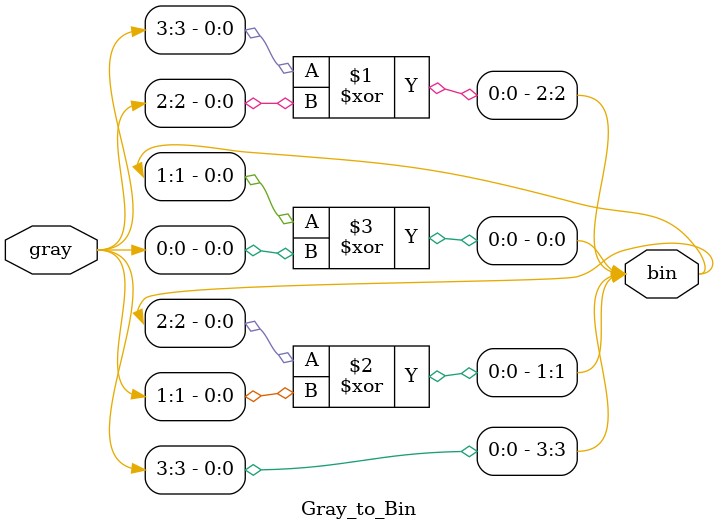
<source format=v>
`timescale 1ns / 1ps

module Gray_to_Bin(
input [3:0] gray,
output [3:0] bin
    );
    assign bin[3] = gray[3];
    assign bin[2] = bin[3]^gray[2];
    assign bin[1] = bin[2]^gray[1];
    assign bin[0] = bin[1]^gray[0];
endmodule

</source>
